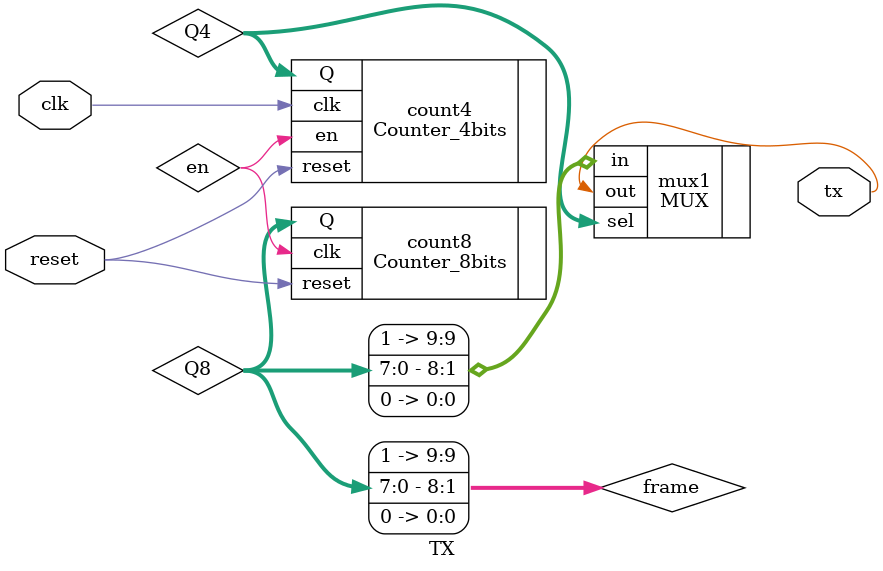
<source format=v>
module TX
(
	input reset, clk,
	output tx
);
	wire [3:0] Q4;
	wire [7:0] Q8;
	wire [0:9]frame;
	assign frame = {1'b1,Q8,1'b0};
	MUX mux1 
	(
		.in(frame),
		.sel(Q4),
		.out(tx)
	);
	
	Counter_4bits count4
	(
		.reset(reset),
		.clk(clk),
		.en(en),
		.Q(Q4)
	);
	Counter_8bits count8
	(
		.reset(reset),
		.clk(en),
		.Q(Q8)
	);
endmodule
</source>
